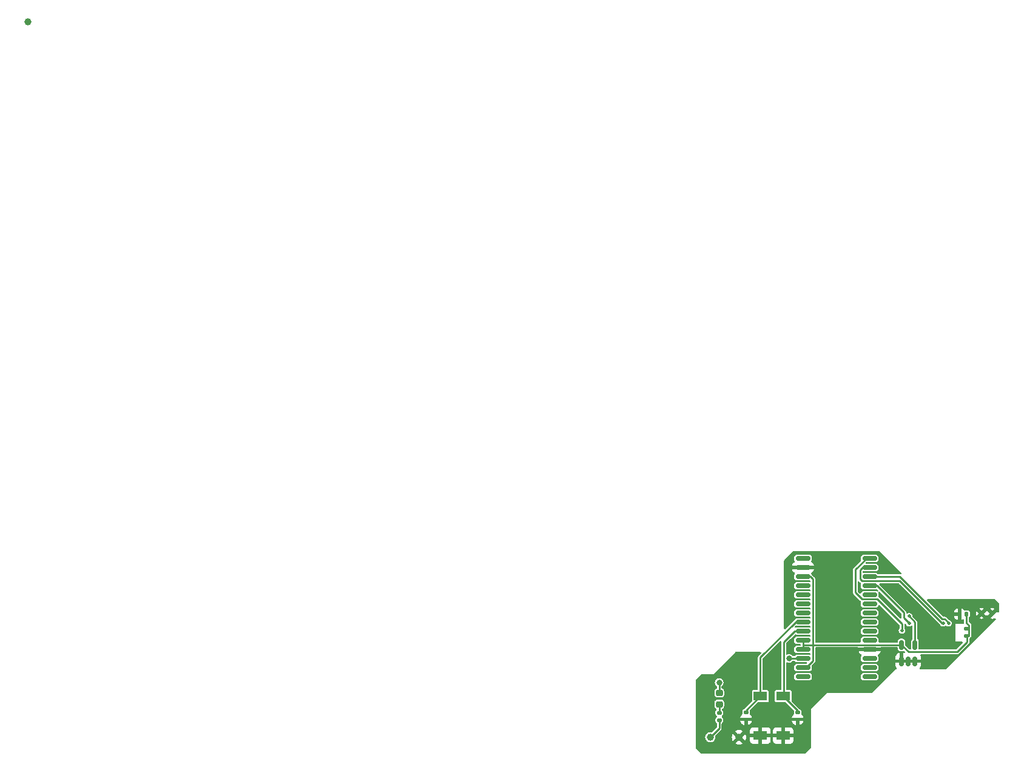
<source format=gbr>
%TF.GenerationSoftware,KiCad,Pcbnew,8.0.0~rc1-42d8c85f12~176~ubuntu22.04.1*%
%TF.CreationDate,2024-01-15T17:13:56+10:00*%
%TF.ProjectId,MXBreakout,4d584272-6561-46b6-9f75-742e6b696361,rev?*%
%TF.SameCoordinates,Original*%
%TF.FileFunction,Copper,L1,Top*%
%TF.FilePolarity,Positive*%
%FSLAX46Y46*%
G04 Gerber Fmt 4.6, Leading zero omitted, Abs format (unit mm)*
G04 Created by KiCad (PCBNEW 8.0.0~rc1-42d8c85f12~176~ubuntu22.04.1) date 2024-01-15 17:13:56*
%MOMM*%
%LPD*%
G01*
G04 APERTURE LIST*
G04 Aperture macros list*
%AMRoundRect*
0 Rectangle with rounded corners*
0 $1 Rounding radius*
0 $2 $3 $4 $5 $6 $7 $8 $9 X,Y pos of 4 corners*
0 Add a 4 corners polygon primitive as box body*
4,1,4,$2,$3,$4,$5,$6,$7,$8,$9,$2,$3,0*
0 Add four circle primitives for the rounded corners*
1,1,$1+$1,$2,$3*
1,1,$1+$1,$4,$5*
1,1,$1+$1,$6,$7*
1,1,$1+$1,$8,$9*
0 Add four rect primitives between the rounded corners*
20,1,$1+$1,$2,$3,$4,$5,0*
20,1,$1+$1,$4,$5,$6,$7,0*
20,1,$1+$1,$6,$7,$8,$9,0*
20,1,$1+$1,$8,$9,$2,$3,0*%
G04 Aperture macros list end*
%TA.AperFunction,SMDPad,CuDef*%
%ADD10C,1.000000*%
%TD*%
%TA.AperFunction,ComponentPad*%
%ADD11C,0.500000*%
%TD*%
%TA.AperFunction,SMDPad,CuDef*%
%ADD12RoundRect,0.150000X0.150000X-0.512500X0.150000X0.512500X-0.150000X0.512500X-0.150000X-0.512500X0*%
%TD*%
%TA.AperFunction,SMDPad,CuDef*%
%ADD13RoundRect,0.135000X0.185000X-0.135000X0.185000X0.135000X-0.185000X0.135000X-0.185000X-0.135000X0*%
%TD*%
%TA.AperFunction,SMDPad,CuDef*%
%ADD14RoundRect,0.150000X0.875000X0.150000X-0.875000X0.150000X-0.875000X-0.150000X0.875000X-0.150000X0*%
%TD*%
%TA.AperFunction,SMDPad,CuDef*%
%ADD15RoundRect,0.218750X-0.256250X0.218750X-0.256250X-0.218750X0.256250X-0.218750X0.256250X0.218750X0*%
%TD*%
%TA.AperFunction,SMDPad,CuDef*%
%ADD16RoundRect,0.140000X0.170000X-0.140000X0.170000X0.140000X-0.170000X0.140000X-0.170000X-0.140000X0*%
%TD*%
%TA.AperFunction,SMDPad,CuDef*%
%ADD17RoundRect,0.135000X-0.185000X0.135000X-0.185000X-0.135000X0.185000X-0.135000X0.185000X0.135000X0*%
%TD*%
%TA.AperFunction,SMDPad,CuDef*%
%ADD18RoundRect,0.140000X-0.140000X-0.170000X0.140000X-0.170000X0.140000X0.170000X-0.140000X0.170000X0*%
%TD*%
%TA.AperFunction,SMDPad,CuDef*%
%ADD19R,1.900000X1.300000*%
%TD*%
%TA.AperFunction,ViaPad*%
%ADD20C,0.800000*%
%TD*%
%TA.AperFunction,Conductor*%
%ADD21C,0.250000*%
%TD*%
G04 APERTURE END LIST*
D10*
%TO.P,TP9,1,1*%
%TO.N,+3.3V*%
X1025000Y-1025000D03*
%TD*%
D11*
%TO.P,TP3,1,1*%
%TO.N,GND*%
X135600000Y-83600000D03*
%TD*%
D10*
%TO.P,TP2,1,1*%
%TO.N,GND*%
X100275000Y-100900000D03*
%TD*%
%TO.P,TP8,1,1*%
%TO.N,Net-(R1-Pad2)*%
X96250000Y-100900000D03*
%TD*%
D12*
%TO.P,U10,1,GND*%
%TO.N,GND*%
X122925000Y-90275000D03*
%TO.P,U10,2,GND*%
X123875000Y-90275000D03*
%TO.P,U10,3,GND*%
X124825000Y-90275000D03*
%TO.P,U10,4,RST*%
%TO.N,Net-(U10-RST)*%
X124825000Y-88000000D03*
%TO.P,U10,5,3.3V*%
%TO.N,+3.3V*%
X122925000Y-88000000D03*
%TD*%
D11*
%TO.P,TP11,1,1*%
%TO.N,Net-(U10-RST)*%
X124000000Y-84000000D03*
%TD*%
D13*
%TO.P,TP10,2,2*%
%TO.N,+3.3V*%
X132000000Y-85750000D03*
%TO.P,TP10,1,1*%
X132000000Y-86770000D03*
%TD*%
D11*
%TO.P,TP7,1,1*%
%TO.N,/DATA3*%
X123000000Y-86000000D03*
%TD*%
%TO.P,TP6,1,1*%
%TO.N,/DATA2*%
X128750000Y-84975000D03*
%TD*%
%TO.P,TP5,1,1*%
%TO.N,/DATA1*%
X129500000Y-84975000D03*
%TD*%
%TO.P,TP4,1,1*%
%TO.N,/DATA0*%
X124000000Y-84975000D03*
%TD*%
%TO.P,TP3,1,1*%
%TO.N,GND*%
X134100000Y-83600000D03*
%TD*%
D14*
%TO.P,U1,28*%
%TO.N,N/C*%
X109200000Y-92425000D03*
%TO.P,U1,27,VDD*%
%TO.N,+3.3V*%
X109200000Y-91155000D03*
%TO.P,U1,26,BATT*%
%TO.N,Net-(D1-K)*%
X109200000Y-89885000D03*
%TO.P,U1,25,VDD*%
%TO.N,+3.3V*%
X109200000Y-88615000D03*
%TO.P,U1,24,VDD*%
X109200000Y-87345000D03*
%TO.P,U1,23,X_1*%
%TO.N,Net-(U1-X_1)*%
X109200000Y-86075000D03*
%TO.P,U1,22,X_2*%
%TO.N,Net-(U1-X_2)*%
X109200000Y-84805000D03*
%TO.P,U1,21*%
%TO.N,N/C*%
X109200000Y-83535000D03*
%TO.P,U1,20,U22*%
%TO.N,unconnected-(U1-U22-Pad20)*%
X109200000Y-82265000D03*
%TO.P,U1,19*%
%TO.N,N/C*%
X109200000Y-80995000D03*
%TO.P,U1,18*%
X109200000Y-79725000D03*
%TO.P,U1,17,VDD*%
%TO.N,+3.3V*%
X109200000Y-78455000D03*
%TO.P,U1,16,GND*%
%TO.N,GND*%
X109200000Y-77185000D03*
%TO.P,U1,15*%
%TO.N,N/C*%
X109200000Y-75915000D03*
%TO.P,U1,14,DATA3*%
%TO.N,/DATA3*%
X118500000Y-75915000D03*
%TO.P,U1,13,DATA2*%
%TO.N,/DATA2*%
X118500000Y-77185000D03*
%TO.P,U1,12,DATA1*%
%TO.N,/DATA1*%
X118500000Y-78455000D03*
%TO.P,U1,11,DATA0*%
%TO.N,/DATA0*%
X118500000Y-79725000D03*
%TO.P,U1,10*%
%TO.N,N/C*%
X118500000Y-80995000D03*
%TO.P,U1,9*%
X118500000Y-82265000D03*
%TO.P,U1,8*%
X118500000Y-83535000D03*
%TO.P,U1,7*%
X118500000Y-84805000D03*
%TO.P,U1,6*%
X118500000Y-86075000D03*
%TO.P,U1,5*%
X118500000Y-87345000D03*
%TO.P,U1,4,GND*%
%TO.N,GND*%
X118500000Y-88615000D03*
%TO.P,U1,3*%
%TO.N,N/C*%
X118500000Y-89885000D03*
%TO.P,U1,2*%
X118500000Y-91155000D03*
%TO.P,U1,1*%
X118500000Y-92425000D03*
%TD*%
D15*
%TO.P,D1,1,K*%
%TO.N,Net-(D1-K)*%
X97500000Y-94712500D03*
%TO.P,D1,2,A*%
%TO.N,Net-(D1-A)*%
X97500000Y-96287500D03*
%TD*%
D16*
%TO.P,C2,1*%
%TO.N,GND*%
X101225000Y-98405000D03*
%TO.P,C2,2*%
%TO.N,Net-(U1-X_2)*%
X101225000Y-97445000D03*
%TD*%
D17*
%TO.P,R1,2*%
%TO.N,Net-(R1-Pad2)*%
X97500000Y-98495000D03*
%TO.P,R1,1*%
%TO.N,Net-(D1-A)*%
X97500000Y-97475000D03*
%TD*%
D18*
%TO.P,C3,1*%
%TO.N,GND*%
X131040000Y-83700000D03*
%TO.P,C3,2*%
%TO.N,+3.3V*%
X132000000Y-83700000D03*
%TD*%
D16*
%TO.P,C1,1*%
%TO.N,GND*%
X108425000Y-98405000D03*
%TO.P,C1,2*%
%TO.N,Net-(U1-X_1)*%
X108425000Y-97445000D03*
%TD*%
D19*
%TO.P,X1,1,1*%
%TO.N,Net-(U1-X_2)*%
X103225000Y-95175000D03*
%TO.P,X1,2,2*%
%TO.N,GND*%
X103225000Y-100675000D03*
%TO.P,X1,3,3*%
X106425000Y-100675000D03*
%TO.P,X1,4,4*%
%TO.N,Net-(U1-X_1)*%
X106425000Y-95175000D03*
%TD*%
D20*
%TO.N,GND*%
X130000000Y-82500000D03*
X127500000Y-90000000D03*
X127500000Y-87500000D03*
X100000000Y-97500000D03*
X95000000Y-100000000D03*
X95000000Y-95000000D03*
X95000000Y-97500000D03*
X105000000Y-97500000D03*
X105000000Y-92500000D03*
X100000000Y-92500000D03*
X100000000Y-95000000D03*
X110000000Y-95000000D03*
X112500000Y-92500000D03*
X115000000Y-92500000D03*
X115000000Y-90000000D03*
X112500000Y-90000000D03*
X112500000Y-85000000D03*
X115000000Y-85000000D03*
X115000000Y-82500000D03*
X112500000Y-82500000D03*
X112500000Y-80000000D03*
X115000000Y-80000000D03*
X115000000Y-77500000D03*
X112500000Y-77500000D03*
%TO.N,Net-(D1-K)*%
X107250000Y-89885000D03*
X97500000Y-93250000D03*
%TD*%
D21*
%TO.N,+3.3V*%
X110550000Y-88000000D02*
X111000000Y-88000000D01*
X111000000Y-88000000D02*
X111010000Y-87990000D01*
X111010000Y-87990000D02*
X122915000Y-87990000D01*
X109200000Y-88000000D02*
X109200000Y-88615000D01*
X109200000Y-87345000D02*
X109200000Y-88000000D01*
X110550000Y-78780001D02*
X110550000Y-88000000D01*
X110550000Y-88000000D02*
X110550000Y-90235908D01*
X109200000Y-88000000D02*
X110550000Y-88000000D01*
X109200000Y-78455000D02*
X110224999Y-78455000D01*
X110224999Y-78455000D02*
X110550000Y-78780001D01*
X109630908Y-91155000D02*
X109200000Y-91155000D01*
X110550000Y-90235908D02*
X109630908Y-91155000D01*
%TO.N,Net-(D1-K)*%
X107250000Y-89885000D02*
X109200000Y-89885000D01*
%TO.N,Net-(U1-X_1)*%
X106425000Y-95175000D02*
X106500000Y-95100000D01*
X106500000Y-95100000D02*
X106500000Y-87625000D01*
X106500000Y-87625000D02*
X108050000Y-86075000D01*
X108050000Y-86075000D02*
X109200000Y-86075000D01*
%TO.N,Net-(D1-K)*%
X97500000Y-93250000D02*
X97500000Y-94712500D01*
%TO.N,Net-(D1-A)*%
X97500000Y-97475000D02*
X97500000Y-96270000D01*
%TO.N,Net-(R1-Pad2)*%
X97500000Y-98495000D02*
X97500000Y-99650000D01*
X97500000Y-99650000D02*
X96250000Y-100900000D01*
%TO.N,Net-(U1-X_2)*%
X103225000Y-95175000D02*
X103225000Y-89765000D01*
X103225000Y-89765000D02*
X108185000Y-84805000D01*
X108185000Y-84805000D02*
X109200000Y-84805000D01*
X101225000Y-97445000D02*
X101225000Y-97175000D01*
X101225000Y-97175000D02*
X103225000Y-95175000D01*
%TO.N,Net-(U1-X_1)*%
X106425000Y-95175000D02*
X108425000Y-97175000D01*
X108425000Y-97175000D02*
X108425000Y-97445000D01*
%TO.N,+3.3V*%
X132000000Y-83700000D02*
X132000000Y-84925000D01*
X132000000Y-84925000D02*
X132001777Y-84925000D01*
X132001777Y-84925000D02*
X132375000Y-85298223D01*
X132375000Y-86651777D02*
X132301777Y-86725000D01*
X132375000Y-85298223D02*
X132375000Y-86651777D01*
X132301777Y-86725000D02*
X132075000Y-86725000D01*
X132075000Y-86725000D02*
X132075000Y-87601777D01*
X122925000Y-88000000D02*
X123912500Y-88987500D01*
X123912500Y-88987500D02*
X130689277Y-88987500D01*
X130689277Y-88987500D02*
X132075000Y-87601777D01*
X132075000Y-87601777D02*
X132075000Y-86770000D01*
%TO.N,/DATA3*%
X123000000Y-86000000D02*
X123000000Y-85044092D01*
X116500000Y-80695908D02*
X116500000Y-77484092D01*
X123000000Y-85044092D02*
X119575908Y-81620000D01*
X119575908Y-81620000D02*
X117424092Y-81620000D01*
X116500000Y-77484092D02*
X118069092Y-75915000D01*
X117424092Y-81620000D02*
X116500000Y-80695908D01*
X118069092Y-75915000D02*
X118500000Y-75915000D01*
%TO.N,/DATA2*%
X118500000Y-77185000D02*
X117475001Y-77185000D01*
X117475001Y-77185000D02*
X117150000Y-77510001D01*
X117150000Y-77510001D02*
X117150000Y-78805908D01*
X117424092Y-79080000D02*
X122693604Y-79080000D01*
X117150000Y-78805908D02*
X117424092Y-79080000D01*
X122693604Y-79080000D02*
X128588604Y-84975000D01*
X128588604Y-84975000D02*
X128750000Y-84975000D01*
%TO.N,/DATA1*%
X129500000Y-84975000D02*
X129500000Y-84911827D01*
X129500000Y-84911827D02*
X128988173Y-84400000D01*
X128988173Y-84400000D02*
X128650000Y-84400000D01*
X122705000Y-78455000D02*
X118500000Y-78455000D01*
X128650000Y-84400000D02*
X122705000Y-78455000D01*
%TO.N,/DATA0*%
X123250000Y-83450001D02*
X123250000Y-84225000D01*
X119524999Y-79725000D02*
X123250000Y-83450001D01*
X123250000Y-84225000D02*
X124000000Y-84975000D01*
X118500000Y-79725000D02*
X119524999Y-79725000D01*
%TO.N,Net-(U10-RST)*%
X124000000Y-84000000D02*
X124825000Y-84825000D01*
X124825000Y-84825000D02*
X124825000Y-88000000D01*
%TD*%
%TA.AperFunction,Conductor*%
%TO.N,GND*%
G36*
X122574454Y-79425185D02*
G01*
X122595096Y-79441819D01*
X128345228Y-85191951D01*
X128360902Y-85214520D01*
X128362326Y-85213606D01*
X128367117Y-85221062D01*
X128387163Y-85244196D01*
X128451951Y-85318967D01*
X128560931Y-85389004D01*
X128685225Y-85425499D01*
X128685227Y-85425500D01*
X128685228Y-85425500D01*
X128814773Y-85425500D01*
X128814773Y-85425499D01*
X128939069Y-85389004D01*
X129048049Y-85318967D01*
X129048049Y-85318966D01*
X129055510Y-85314172D01*
X129057065Y-85316592D01*
X129107347Y-85293627D01*
X129176506Y-85303567D01*
X129194056Y-85314846D01*
X129194490Y-85314172D01*
X129201950Y-85318966D01*
X129201951Y-85318967D01*
X129310931Y-85389004D01*
X129435225Y-85425499D01*
X129435227Y-85425500D01*
X129435228Y-85425500D01*
X129564773Y-85425500D01*
X129564773Y-85425499D01*
X129689069Y-85389004D01*
X129798049Y-85318967D01*
X129882882Y-85221063D01*
X129936697Y-85103226D01*
X129955133Y-84975000D01*
X129936697Y-84846774D01*
X129882882Y-84728937D01*
X129798049Y-84631033D01*
X129783587Y-84621739D01*
X129689067Y-84560994D01*
X129606785Y-84536835D01*
X129554039Y-84505539D01*
X129188037Y-84139537D01*
X129188035Y-84139535D01*
X129150923Y-84118108D01*
X129113813Y-84096682D01*
X129072419Y-84085591D01*
X129031026Y-84074500D01*
X129031025Y-84074500D01*
X128836188Y-84074500D01*
X128769149Y-84054815D01*
X128748507Y-84038181D01*
X128660326Y-83950000D01*
X130261210Y-83950000D01*
X130262854Y-83970910D01*
X130307968Y-84126195D01*
X130390278Y-84265374D01*
X130390285Y-84265383D01*
X130504616Y-84379714D01*
X130504625Y-84379721D01*
X130643804Y-84462031D01*
X130790000Y-84504504D01*
X130790000Y-83950000D01*
X130261210Y-83950000D01*
X128660326Y-83950000D01*
X128160325Y-83449999D01*
X130261209Y-83449999D01*
X130261210Y-83450000D01*
X130790000Y-83450000D01*
X130790000Y-82895494D01*
X130789998Y-82895493D01*
X130643809Y-82937965D01*
X130643806Y-82937967D01*
X130504625Y-83020278D01*
X130504616Y-83020285D01*
X130390285Y-83134616D01*
X130390278Y-83134625D01*
X130307968Y-83273804D01*
X130307966Y-83273809D01*
X130262855Y-83429081D01*
X130262854Y-83429087D01*
X130261209Y-83449999D01*
X128160325Y-83449999D01*
X126522007Y-81811681D01*
X126488522Y-81750358D01*
X126493506Y-81680666D01*
X126535378Y-81624733D01*
X126600842Y-81600316D01*
X126609688Y-81600000D01*
X135898638Y-81600000D01*
X135965677Y-81619685D01*
X135986319Y-81636319D01*
X136513681Y-82163681D01*
X136547166Y-82225004D01*
X136550000Y-82251362D01*
X136550000Y-83314326D01*
X136530315Y-83381365D01*
X136477511Y-83427120D01*
X136408353Y-83437064D01*
X136344797Y-83408039D01*
X136308959Y-83355281D01*
X136280267Y-83273285D01*
X136280266Y-83273285D01*
X135600000Y-83953553D01*
X135273285Y-84280266D01*
X135432056Y-84335824D01*
X135599996Y-84354746D01*
X135600004Y-84354746D01*
X135767941Y-84335824D01*
X135767949Y-84335822D01*
X135927470Y-84280003D01*
X135930628Y-84278483D01*
X135932874Y-84278112D01*
X135934046Y-84277703D01*
X135934117Y-84277908D01*
X135999568Y-84267126D01*
X136063705Y-84294843D01*
X136102675Y-84352835D01*
X136104106Y-84422690D01*
X136072119Y-84477880D01*
X129186319Y-91363681D01*
X129124996Y-91397166D01*
X129098638Y-91400000D01*
X125581102Y-91400000D01*
X125514063Y-91380315D01*
X125468308Y-91327511D01*
X125458364Y-91258353D01*
X125487389Y-91194797D01*
X125492422Y-91189390D01*
X125492685Y-91189052D01*
X125576282Y-91047696D01*
X125576283Y-91047693D01*
X125622099Y-90889995D01*
X125622100Y-90889989D01*
X125624999Y-90853149D01*
X125625000Y-90853134D01*
X125625000Y-90525000D01*
X122125000Y-90525000D01*
X122125000Y-90853149D01*
X122127899Y-90889989D01*
X122127900Y-90889995D01*
X122173716Y-91047693D01*
X122173717Y-91047696D01*
X122257314Y-91189052D01*
X122262100Y-91195222D01*
X122260869Y-91196176D01*
X122290064Y-91249642D01*
X122285080Y-91319334D01*
X122243208Y-91375267D01*
X122177744Y-91399684D01*
X122168898Y-91400000D01*
X122149999Y-91400000D01*
X118886319Y-94663681D01*
X118824996Y-94697166D01*
X118798638Y-94700000D01*
X112549999Y-94700000D01*
X110350000Y-96899999D01*
X110350000Y-102248638D01*
X110330315Y-102315677D01*
X110313681Y-102336319D01*
X109486319Y-103163681D01*
X109424996Y-103197166D01*
X109398638Y-103200000D01*
X95001362Y-103200000D01*
X94934323Y-103180315D01*
X94913681Y-103163681D01*
X94286319Y-102536319D01*
X94252834Y-102474996D01*
X94250000Y-102448638D01*
X94250000Y-101762075D01*
X99766476Y-101762075D01*
X99890462Y-101828348D01*
X100078969Y-101885531D01*
X100078965Y-101885531D01*
X100275000Y-101904838D01*
X100471032Y-101885531D01*
X100659537Y-101828348D01*
X100783523Y-101762076D01*
X100783523Y-101762075D01*
X100275001Y-101253553D01*
X100275000Y-101253553D01*
X99766476Y-101762075D01*
X94250000Y-101762075D01*
X94250000Y-100900000D01*
X95544355Y-100900000D01*
X95564859Y-101068869D01*
X95564860Y-101068874D01*
X95625182Y-101227931D01*
X95642868Y-101253553D01*
X95721817Y-101367929D01*
X95827505Y-101461560D01*
X95849150Y-101480736D01*
X95999773Y-101559789D01*
X95999775Y-101559790D01*
X96164944Y-101600500D01*
X96335056Y-101600500D01*
X96500225Y-101559790D01*
X96579692Y-101518081D01*
X96650849Y-101480736D01*
X96650850Y-101480734D01*
X96650852Y-101480734D01*
X96778183Y-101367929D01*
X96874818Y-101227930D01*
X96935140Y-101068872D01*
X96955645Y-100900000D01*
X99270161Y-100900000D01*
X99289468Y-101096032D01*
X99346651Y-101284537D01*
X99412923Y-101408522D01*
X99921447Y-100900000D01*
X100628553Y-100900000D01*
X101137075Y-101408523D01*
X101137076Y-101408523D01*
X101203348Y-101284537D01*
X101260531Y-101096032D01*
X101277376Y-100925000D01*
X101775000Y-100925000D01*
X101775000Y-101372844D01*
X101781401Y-101432372D01*
X101781403Y-101432379D01*
X101831645Y-101567086D01*
X101831649Y-101567093D01*
X101917809Y-101682187D01*
X101917812Y-101682190D01*
X102032906Y-101768350D01*
X102032913Y-101768354D01*
X102167620Y-101818596D01*
X102167627Y-101818598D01*
X102227155Y-101824999D01*
X102227172Y-101825000D01*
X102975000Y-101825000D01*
X102975000Y-100925000D01*
X103475000Y-100925000D01*
X103475000Y-101825000D01*
X104222828Y-101825000D01*
X104222844Y-101824999D01*
X104282372Y-101818598D01*
X104282379Y-101818596D01*
X104417086Y-101768354D01*
X104417093Y-101768350D01*
X104532187Y-101682190D01*
X104532190Y-101682187D01*
X104618350Y-101567093D01*
X104618354Y-101567086D01*
X104668596Y-101432379D01*
X104668598Y-101432372D01*
X104674999Y-101372844D01*
X104675000Y-101372827D01*
X104675000Y-100925000D01*
X104975000Y-100925000D01*
X104975000Y-101372844D01*
X104981401Y-101432372D01*
X104981403Y-101432379D01*
X105031645Y-101567086D01*
X105031649Y-101567093D01*
X105117809Y-101682187D01*
X105117812Y-101682190D01*
X105232906Y-101768350D01*
X105232913Y-101768354D01*
X105367620Y-101818596D01*
X105367627Y-101818598D01*
X105427155Y-101824999D01*
X105427172Y-101825000D01*
X106175000Y-101825000D01*
X106175000Y-100925000D01*
X106675000Y-100925000D01*
X106675000Y-101825000D01*
X107422828Y-101825000D01*
X107422844Y-101824999D01*
X107482372Y-101818598D01*
X107482379Y-101818596D01*
X107617086Y-101768354D01*
X107617093Y-101768350D01*
X107732187Y-101682190D01*
X107732190Y-101682187D01*
X107818350Y-101567093D01*
X107818354Y-101567086D01*
X107868596Y-101432379D01*
X107868598Y-101432372D01*
X107874999Y-101372844D01*
X107875000Y-101372827D01*
X107875000Y-100925000D01*
X106675000Y-100925000D01*
X106175000Y-100925000D01*
X104975000Y-100925000D01*
X104675000Y-100925000D01*
X103475000Y-100925000D01*
X102975000Y-100925000D01*
X101775000Y-100925000D01*
X101277376Y-100925000D01*
X101279838Y-100900000D01*
X101260531Y-100703967D01*
X101203348Y-100515462D01*
X101154994Y-100425000D01*
X101775000Y-100425000D01*
X102975000Y-100425000D01*
X102975000Y-99525000D01*
X103475000Y-99525000D01*
X103475000Y-100425000D01*
X104675000Y-100425000D01*
X104975000Y-100425000D01*
X106175000Y-100425000D01*
X106175000Y-99525000D01*
X106675000Y-99525000D01*
X106675000Y-100425000D01*
X107875000Y-100425000D01*
X107875000Y-99977172D01*
X107874999Y-99977155D01*
X107868598Y-99917627D01*
X107868596Y-99917620D01*
X107818354Y-99782913D01*
X107818350Y-99782906D01*
X107732190Y-99667812D01*
X107732187Y-99667809D01*
X107617093Y-99581649D01*
X107617086Y-99581645D01*
X107482379Y-99531403D01*
X107482372Y-99531401D01*
X107422844Y-99525000D01*
X106675000Y-99525000D01*
X106175000Y-99525000D01*
X105427155Y-99525000D01*
X105367627Y-99531401D01*
X105367620Y-99531403D01*
X105232913Y-99581645D01*
X105232906Y-99581649D01*
X105117812Y-99667809D01*
X105117809Y-99667812D01*
X105031649Y-99782906D01*
X105031645Y-99782913D01*
X104981403Y-99917620D01*
X104981401Y-99917627D01*
X104975000Y-99977155D01*
X104975000Y-100425000D01*
X104675000Y-100425000D01*
X104675000Y-99977172D01*
X104674999Y-99977155D01*
X104668598Y-99917627D01*
X104668596Y-99917620D01*
X104618354Y-99782913D01*
X104618350Y-99782906D01*
X104532190Y-99667812D01*
X104532187Y-99667809D01*
X104417093Y-99581649D01*
X104417086Y-99581645D01*
X104282379Y-99531403D01*
X104282372Y-99531401D01*
X104222844Y-99525000D01*
X103475000Y-99525000D01*
X102975000Y-99525000D01*
X102227155Y-99525000D01*
X102167627Y-99531401D01*
X102167620Y-99531403D01*
X102032913Y-99581645D01*
X102032906Y-99581649D01*
X101917812Y-99667809D01*
X101917809Y-99667812D01*
X101831649Y-99782906D01*
X101831645Y-99782913D01*
X101781403Y-99917620D01*
X101781401Y-99917627D01*
X101775000Y-99977155D01*
X101775000Y-100425000D01*
X101154994Y-100425000D01*
X101137075Y-100391476D01*
X100628553Y-100899999D01*
X100628553Y-100900000D01*
X99921447Y-100900000D01*
X99412923Y-100391476D01*
X99346649Y-100515466D01*
X99289468Y-100703967D01*
X99270161Y-100900000D01*
X96955645Y-100900000D01*
X96936360Y-100741176D01*
X96947820Y-100672254D01*
X96971772Y-100638553D01*
X97572404Y-100037923D01*
X99766476Y-100037923D01*
X100275000Y-100546447D01*
X100275001Y-100546447D01*
X100783522Y-100037923D01*
X100659537Y-99971651D01*
X100471030Y-99914468D01*
X100471034Y-99914468D01*
X100275000Y-99895161D01*
X100078967Y-99914468D01*
X99890466Y-99971649D01*
X99766476Y-100037923D01*
X97572404Y-100037923D01*
X97760465Y-99849862D01*
X97803318Y-99775639D01*
X97825500Y-99692853D01*
X97825500Y-99607147D01*
X97825500Y-99012059D01*
X97845185Y-98945020D01*
X97878377Y-98910484D01*
X97880398Y-98909067D01*
X97880404Y-98909065D01*
X97964065Y-98825404D01*
X98014068Y-98718173D01*
X98020500Y-98669316D01*
X98020500Y-98655000D01*
X100420496Y-98655000D01*
X100462968Y-98801195D01*
X100545278Y-98940374D01*
X100545285Y-98940383D01*
X100659616Y-99054714D01*
X100659625Y-99054721D01*
X100798804Y-99137031D01*
X100954089Y-99182145D01*
X100975000Y-99183789D01*
X100975000Y-98655000D01*
X101475000Y-98655000D01*
X101475000Y-99183789D01*
X101495910Y-99182145D01*
X101651195Y-99137031D01*
X101790374Y-99054721D01*
X101790383Y-99054714D01*
X101904714Y-98940383D01*
X101904721Y-98940374D01*
X101987031Y-98801195D01*
X102029504Y-98655000D01*
X107620496Y-98655000D01*
X107662968Y-98801195D01*
X107745278Y-98940374D01*
X107745285Y-98940383D01*
X107859616Y-99054714D01*
X107859625Y-99054721D01*
X107998804Y-99137031D01*
X108154089Y-99182145D01*
X108175000Y-99183789D01*
X108175000Y-98655000D01*
X108675000Y-98655000D01*
X108675000Y-99183789D01*
X108695910Y-99182145D01*
X108851195Y-99137031D01*
X108990374Y-99054721D01*
X108990383Y-99054714D01*
X109104714Y-98940383D01*
X109104721Y-98940374D01*
X109187031Y-98801195D01*
X109229504Y-98655000D01*
X108675000Y-98655000D01*
X108175000Y-98655000D01*
X107620496Y-98655000D01*
X102029504Y-98655000D01*
X101475000Y-98655000D01*
X100975000Y-98655000D01*
X100420496Y-98655000D01*
X98020500Y-98655000D01*
X98020500Y-98320684D01*
X98014068Y-98271827D01*
X97964065Y-98164596D01*
X97880404Y-98080935D01*
X97872733Y-98073264D01*
X97875561Y-98070435D01*
X97844843Y-98032023D01*
X97837635Y-97962526D01*
X97869143Y-97900165D01*
X97872903Y-97896906D01*
X97872733Y-97896736D01*
X97901245Y-97868224D01*
X97964065Y-97805404D01*
X98014068Y-97698173D01*
X98020500Y-97649316D01*
X98020500Y-97300684D01*
X98014068Y-97251827D01*
X97964065Y-97144596D01*
X97903433Y-97083964D01*
X97869948Y-97022641D01*
X97874932Y-96952949D01*
X97916804Y-96897016D01*
X97934808Y-96885805D01*
X98005751Y-96849658D01*
X98099658Y-96755751D01*
X98159951Y-96637420D01*
X98159951Y-96637418D01*
X98159952Y-96637417D01*
X98175500Y-96539251D01*
X98175500Y-96035748D01*
X98159952Y-95937582D01*
X98142449Y-95903231D01*
X98099658Y-95819249D01*
X98099654Y-95819245D01*
X98099653Y-95819243D01*
X98005756Y-95725346D01*
X98005753Y-95725344D01*
X98005751Y-95725342D01*
X97887420Y-95665049D01*
X97887419Y-95665048D01*
X97887416Y-95665047D01*
X97887417Y-95665047D01*
X97789251Y-95649500D01*
X97789246Y-95649500D01*
X97210754Y-95649500D01*
X97210749Y-95649500D01*
X97112582Y-95665047D01*
X97033692Y-95705244D01*
X96994249Y-95725342D01*
X96994248Y-95725343D01*
X96994243Y-95725346D01*
X96900346Y-95819243D01*
X96900343Y-95819248D01*
X96900342Y-95819249D01*
X96880244Y-95858692D01*
X96840047Y-95937582D01*
X96824500Y-96035748D01*
X96824500Y-96539251D01*
X96840047Y-96637417D01*
X96840049Y-96637420D01*
X96900342Y-96755751D01*
X96900344Y-96755753D01*
X96900346Y-96755756D01*
X96994243Y-96849653D01*
X96994246Y-96849655D01*
X96994249Y-96849658D01*
X97065180Y-96885799D01*
X97115976Y-96933772D01*
X97132771Y-97001593D01*
X97110234Y-97067728D01*
X97096567Y-97083964D01*
X97035934Y-97144597D01*
X96985931Y-97251828D01*
X96979500Y-97300683D01*
X96979500Y-97649316D01*
X96985931Y-97698171D01*
X97035935Y-97805404D01*
X97127267Y-97896736D01*
X97124443Y-97899559D01*
X97155183Y-97938042D01*
X97162352Y-98007542D01*
X97130808Y-98069886D01*
X97127101Y-98073098D01*
X97127267Y-98073264D01*
X97035935Y-98164595D01*
X96985931Y-98271828D01*
X96979500Y-98320683D01*
X96979500Y-98669316D01*
X96985931Y-98718171D01*
X96985932Y-98718173D01*
X97035935Y-98825404D01*
X97119596Y-98909065D01*
X97119598Y-98909066D01*
X97121623Y-98910484D01*
X97124044Y-98913513D01*
X97127267Y-98916736D01*
X97126907Y-98917095D01*
X97165248Y-98965061D01*
X97174500Y-99012059D01*
X97174500Y-99463810D01*
X97154815Y-99530849D01*
X97138181Y-99551491D01*
X96508952Y-100180719D01*
X96447629Y-100214204D01*
X96391598Y-100213435D01*
X96335059Y-100199500D01*
X96335056Y-100199500D01*
X96164944Y-100199500D01*
X95999773Y-100240210D01*
X95849150Y-100319263D01*
X95721816Y-100432072D01*
X95625182Y-100572068D01*
X95564860Y-100731125D01*
X95564859Y-100731130D01*
X95544355Y-100900000D01*
X94250000Y-100900000D01*
X94250000Y-94964251D01*
X96824500Y-94964251D01*
X96840047Y-95062417D01*
X96840049Y-95062420D01*
X96900342Y-95180751D01*
X96900344Y-95180753D01*
X96900346Y-95180756D01*
X96994243Y-95274653D01*
X96994245Y-95274654D01*
X96994249Y-95274658D01*
X97112580Y-95334951D01*
X97112581Y-95334951D01*
X97112583Y-95334952D01*
X97112582Y-95334952D01*
X97210749Y-95350500D01*
X97210754Y-95350500D01*
X97789251Y-95350500D01*
X97887417Y-95334952D01*
X97887418Y-95334951D01*
X97887420Y-95334951D01*
X98005751Y-95274658D01*
X98099658Y-95180751D01*
X98159951Y-95062420D01*
X98159951Y-95062418D01*
X98159952Y-95062417D01*
X98175500Y-94964251D01*
X98175500Y-94460748D01*
X98159952Y-94362582D01*
X98159951Y-94362580D01*
X98099658Y-94244249D01*
X98099654Y-94244245D01*
X98099653Y-94244243D01*
X98005756Y-94150346D01*
X98005753Y-94150344D01*
X98005751Y-94150342D01*
X97893204Y-94092996D01*
X97842409Y-94045022D01*
X97825500Y-93982512D01*
X97825500Y-93818298D01*
X97845185Y-93751259D01*
X97874010Y-93719925D01*
X97928282Y-93678282D01*
X98024536Y-93552841D01*
X98085044Y-93406762D01*
X98105682Y-93250000D01*
X98085044Y-93093238D01*
X98024536Y-92947159D01*
X97928282Y-92821718D01*
X97802841Y-92725464D01*
X97684368Y-92676391D01*
X97656762Y-92664956D01*
X97656760Y-92664955D01*
X97500001Y-92644318D01*
X97499999Y-92644318D01*
X97343239Y-92664955D01*
X97343237Y-92664956D01*
X97197160Y-92725463D01*
X97071718Y-92821718D01*
X96975463Y-92947160D01*
X96914956Y-93093237D01*
X96914955Y-93093239D01*
X96894318Y-93249998D01*
X96894318Y-93250001D01*
X96914955Y-93406760D01*
X96914956Y-93406762D01*
X96975464Y-93552841D01*
X97071718Y-93678282D01*
X97125987Y-93719924D01*
X97167189Y-93776349D01*
X97174500Y-93818298D01*
X97174500Y-93982512D01*
X97154815Y-94049551D01*
X97106795Y-94092996D01*
X96994249Y-94150342D01*
X96994248Y-94150343D01*
X96994243Y-94150346D01*
X96900346Y-94244243D01*
X96900343Y-94244248D01*
X96840047Y-94362582D01*
X96824500Y-94460748D01*
X96824500Y-94964251D01*
X94250000Y-94964251D01*
X94250000Y-92951362D01*
X94269685Y-92884323D01*
X94286319Y-92863681D01*
X95013681Y-92136319D01*
X95075004Y-92102834D01*
X95101362Y-92100000D01*
X96650000Y-92100000D01*
X99713681Y-89036319D01*
X99775004Y-89002834D01*
X99801362Y-89000000D01*
X103230311Y-89000000D01*
X103297350Y-89019685D01*
X103343105Y-89072489D01*
X103353049Y-89141647D01*
X103324024Y-89205203D01*
X103317992Y-89211681D01*
X102964537Y-89565135D01*
X102964533Y-89565141D01*
X102921681Y-89639361D01*
X102921682Y-89639362D01*
X102899500Y-89722147D01*
X102899500Y-94200500D01*
X102879815Y-94267539D01*
X102827011Y-94313294D01*
X102775500Y-94324500D01*
X102255247Y-94324500D01*
X102196770Y-94336131D01*
X102196769Y-94336132D01*
X102130447Y-94380447D01*
X102086132Y-94446769D01*
X102086131Y-94446770D01*
X102074500Y-94505247D01*
X102074500Y-95813810D01*
X102054815Y-95880849D01*
X102038181Y-95901491D01*
X100986840Y-96952831D01*
X100951565Y-96977532D01*
X100856682Y-97021777D01*
X100771776Y-97106683D01*
X100721027Y-97215514D01*
X100714500Y-97265097D01*
X100714500Y-97624896D01*
X100714501Y-97624900D01*
X100715768Y-97634528D01*
X100715770Y-97634538D01*
X100705001Y-97703573D01*
X100664650Y-97749032D01*
X100665788Y-97750499D01*
X100659621Y-97755282D01*
X100545282Y-97869620D01*
X100545278Y-97869625D01*
X100462968Y-98008804D01*
X100420496Y-98155000D01*
X102029504Y-98155000D01*
X101987031Y-98008804D01*
X101904721Y-97869625D01*
X101904714Y-97869616D01*
X101790381Y-97755283D01*
X101784217Y-97750502D01*
X101785733Y-97748547D01*
X101746363Y-97706378D01*
X101733862Y-97637635D01*
X101734231Y-97634538D01*
X101735500Y-97624901D01*
X101735499Y-97265100D01*
X101728972Y-97215513D01*
X101728970Y-97215510D01*
X101727733Y-97206106D01*
X101730547Y-97205735D01*
X101730659Y-97150946D01*
X101761882Y-97098443D01*
X102798508Y-96061819D01*
X102859831Y-96028334D01*
X102886189Y-96025500D01*
X104194750Y-96025500D01*
X104194751Y-96025499D01*
X104209568Y-96022552D01*
X104253229Y-96013868D01*
X104253229Y-96013867D01*
X104253231Y-96013867D01*
X104319552Y-95969552D01*
X104363867Y-95903231D01*
X104363867Y-95903229D01*
X104363868Y-95903229D01*
X104375499Y-95844752D01*
X104375500Y-95844750D01*
X104375500Y-94505249D01*
X104375499Y-94505247D01*
X104363868Y-94446770D01*
X104363867Y-94446769D01*
X104319552Y-94380447D01*
X104253230Y-94336132D01*
X104253229Y-94336131D01*
X104194752Y-94324500D01*
X104194748Y-94324500D01*
X103674500Y-94324500D01*
X103607461Y-94304815D01*
X103561706Y-94252011D01*
X103550500Y-94200500D01*
X103550500Y-89951188D01*
X103570185Y-89884149D01*
X103586814Y-89863512D01*
X105962820Y-87487506D01*
X106024142Y-87454022D01*
X106093834Y-87459006D01*
X106149767Y-87500878D01*
X106174184Y-87566342D01*
X106174500Y-87575188D01*
X106174500Y-94200500D01*
X106154815Y-94267539D01*
X106102011Y-94313294D01*
X106050500Y-94324500D01*
X105455247Y-94324500D01*
X105396770Y-94336131D01*
X105396769Y-94336132D01*
X105330447Y-94380447D01*
X105286132Y-94446769D01*
X105286131Y-94446770D01*
X105274500Y-94505247D01*
X105274500Y-95844752D01*
X105286131Y-95903229D01*
X105286132Y-95903230D01*
X105330447Y-95969552D01*
X105396769Y-96013867D01*
X105396770Y-96013868D01*
X105455247Y-96025499D01*
X105455250Y-96025500D01*
X105455252Y-96025500D01*
X106763811Y-96025500D01*
X106830850Y-96045185D01*
X106851492Y-96061819D01*
X107888115Y-97098442D01*
X107921600Y-97159765D01*
X107920004Y-97205810D01*
X107922266Y-97206108D01*
X107914500Y-97265098D01*
X107914500Y-97624896D01*
X107914501Y-97624900D01*
X107915768Y-97634528D01*
X107915770Y-97634538D01*
X107905001Y-97703573D01*
X107864650Y-97749032D01*
X107865788Y-97750499D01*
X107859621Y-97755282D01*
X107745282Y-97869620D01*
X107745278Y-97869625D01*
X107662968Y-98008804D01*
X107620496Y-98155000D01*
X109229504Y-98155000D01*
X109187031Y-98008804D01*
X109104721Y-97869625D01*
X109104714Y-97869616D01*
X108990381Y-97755283D01*
X108984217Y-97750502D01*
X108985733Y-97748547D01*
X108946363Y-97706378D01*
X108933862Y-97637635D01*
X108934231Y-97634538D01*
X108935500Y-97624901D01*
X108935499Y-97265100D01*
X108928972Y-97215513D01*
X108878224Y-97106684D01*
X108793316Y-97021776D01*
X108698433Y-96977531D01*
X108663157Y-96952830D01*
X107611819Y-95901492D01*
X107578334Y-95840169D01*
X107575500Y-95813811D01*
X107575500Y-94505249D01*
X107575499Y-94505247D01*
X107563868Y-94446770D01*
X107563867Y-94446769D01*
X107519552Y-94380447D01*
X107453230Y-94336132D01*
X107453229Y-94336131D01*
X107394752Y-94324500D01*
X107394748Y-94324500D01*
X106949500Y-94324500D01*
X106882461Y-94304815D01*
X106836706Y-94252011D01*
X106825500Y-94200500D01*
X106825500Y-92608260D01*
X107974500Y-92608260D01*
X107984426Y-92676391D01*
X108035803Y-92781485D01*
X108118514Y-92864196D01*
X108118515Y-92864196D01*
X108118517Y-92864198D01*
X108223607Y-92915573D01*
X108257673Y-92920536D01*
X108291739Y-92925500D01*
X108291740Y-92925500D01*
X110108261Y-92925500D01*
X110130971Y-92922191D01*
X110176393Y-92915573D01*
X110281483Y-92864198D01*
X110364198Y-92781483D01*
X110415573Y-92676393D01*
X110425500Y-92608260D01*
X117274500Y-92608260D01*
X117284426Y-92676391D01*
X117335803Y-92781485D01*
X117418514Y-92864196D01*
X117418515Y-92864196D01*
X117418517Y-92864198D01*
X117523607Y-92915573D01*
X117557673Y-92920536D01*
X117591739Y-92925500D01*
X117591740Y-92925500D01*
X119408261Y-92925500D01*
X119430971Y-92922191D01*
X119476393Y-92915573D01*
X119581483Y-92864198D01*
X119664198Y-92781483D01*
X119715573Y-92676393D01*
X119725500Y-92608260D01*
X119725500Y-92241740D01*
X119715573Y-92173607D01*
X119664198Y-92068517D01*
X119664196Y-92068515D01*
X119664196Y-92068514D01*
X119581485Y-91985803D01*
X119476391Y-91934426D01*
X119408261Y-91924500D01*
X119408260Y-91924500D01*
X117591740Y-91924500D01*
X117591739Y-91924500D01*
X117523608Y-91934426D01*
X117418514Y-91985803D01*
X117335803Y-92068514D01*
X117284426Y-92173608D01*
X117274500Y-92241739D01*
X117274500Y-92608260D01*
X110425500Y-92608260D01*
X110425500Y-92241740D01*
X110415573Y-92173607D01*
X110364198Y-92068517D01*
X110364196Y-92068515D01*
X110364196Y-92068514D01*
X110281485Y-91985803D01*
X110176391Y-91934426D01*
X110108261Y-91924500D01*
X110108260Y-91924500D01*
X108291740Y-91924500D01*
X108291739Y-91924500D01*
X108223608Y-91934426D01*
X108118514Y-91985803D01*
X108035803Y-92068514D01*
X107984426Y-92173608D01*
X107974500Y-92241739D01*
X107974500Y-92608260D01*
X106825500Y-92608260D01*
X106825500Y-90544722D01*
X106845185Y-90477683D01*
X106897989Y-90431928D01*
X106967147Y-90421984D01*
X106996950Y-90430160D01*
X107093238Y-90470044D01*
X107171619Y-90480363D01*
X107249999Y-90490682D01*
X107250000Y-90490682D01*
X107250001Y-90490682D01*
X107302254Y-90483802D01*
X107406762Y-90470044D01*
X107552841Y-90409536D01*
X107678282Y-90313282D01*
X107719923Y-90259013D01*
X107776351Y-90217811D01*
X107818299Y-90210500D01*
X107953456Y-90210500D01*
X108020495Y-90230185D01*
X108041137Y-90246819D01*
X108118514Y-90324196D01*
X108118515Y-90324196D01*
X108118517Y-90324198D01*
X108223607Y-90375573D01*
X108257673Y-90380536D01*
X108291739Y-90385500D01*
X108291740Y-90385500D01*
X109640719Y-90385500D01*
X109707758Y-90405185D01*
X109753513Y-90457989D01*
X109763457Y-90527147D01*
X109734432Y-90590703D01*
X109728400Y-90597181D01*
X109707400Y-90618181D01*
X109646077Y-90651666D01*
X109619719Y-90654500D01*
X108291739Y-90654500D01*
X108223608Y-90664426D01*
X108118514Y-90715803D01*
X108035803Y-90798514D01*
X107984426Y-90903608D01*
X107974500Y-90971739D01*
X107974500Y-91338260D01*
X107984426Y-91406391D01*
X108035803Y-91511485D01*
X108118514Y-91594196D01*
X108118515Y-91594196D01*
X108118517Y-91594198D01*
X108223607Y-91645573D01*
X108257673Y-91650536D01*
X108291739Y-91655500D01*
X108291740Y-91655500D01*
X110108261Y-91655500D01*
X110130971Y-91652191D01*
X110176393Y-91645573D01*
X110281483Y-91594198D01*
X110364198Y-91511483D01*
X110415573Y-91406393D01*
X110425500Y-91338260D01*
X117274500Y-91338260D01*
X117284426Y-91406391D01*
X117335803Y-91511485D01*
X117418514Y-91594196D01*
X117418515Y-91594196D01*
X117418517Y-91594198D01*
X117523607Y-91645573D01*
X117557673Y-91650536D01*
X117591739Y-91655500D01*
X117591740Y-91655500D01*
X119408261Y-91655500D01*
X119430971Y-91652191D01*
X119476393Y-91645573D01*
X119581483Y-91594198D01*
X119664198Y-91511483D01*
X119715573Y-91406393D01*
X119725500Y-91338260D01*
X119725500Y-90971740D01*
X119715573Y-90903607D01*
X119664198Y-90798517D01*
X119664196Y-90798515D01*
X119664196Y-90798514D01*
X119581485Y-90715803D01*
X119476391Y-90664426D01*
X119408261Y-90654500D01*
X119408260Y-90654500D01*
X117591740Y-90654500D01*
X117591739Y-90654500D01*
X117523608Y-90664426D01*
X117418514Y-90715803D01*
X117335803Y-90798514D01*
X117284426Y-90903608D01*
X117274500Y-90971739D01*
X117274500Y-91338260D01*
X110425500Y-91338260D01*
X110425500Y-90971740D01*
X110415573Y-90903607D01*
X110415572Y-90903605D01*
X110415266Y-90901504D01*
X110425078Y-90832327D01*
X110450286Y-90795947D01*
X110810465Y-90435770D01*
X110828123Y-90405185D01*
X110839488Y-90385501D01*
X110853316Y-90361549D01*
X110853318Y-90361546D01*
X110875500Y-90278761D01*
X110875500Y-88865001D01*
X116977704Y-88865001D01*
X116977899Y-88867486D01*
X117023718Y-89025198D01*
X117107314Y-89166552D01*
X117107321Y-89166561D01*
X117223438Y-89282678D01*
X117223446Y-89282684D01*
X117310925Y-89334419D01*
X117358608Y-89385488D01*
X117371112Y-89454230D01*
X117344467Y-89518819D01*
X117335927Y-89528340D01*
X117335804Y-89528513D01*
X117284426Y-89633608D01*
X117274500Y-89701739D01*
X117274500Y-90068260D01*
X117284426Y-90136391D01*
X117335803Y-90241485D01*
X117418514Y-90324196D01*
X117418515Y-90324196D01*
X117418517Y-90324198D01*
X117523607Y-90375573D01*
X117557673Y-90380536D01*
X117591739Y-90385500D01*
X117591740Y-90385500D01*
X119408261Y-90385500D01*
X119430971Y-90382191D01*
X119476393Y-90375573D01*
X119581483Y-90324198D01*
X119664198Y-90241483D01*
X119715573Y-90136393D01*
X119725500Y-90068260D01*
X119725500Y-90025000D01*
X122125000Y-90025000D01*
X122675000Y-90025000D01*
X122675000Y-89115203D01*
X122672503Y-89115400D01*
X122514806Y-89161216D01*
X122514803Y-89161217D01*
X122373447Y-89244814D01*
X122373438Y-89244821D01*
X122257321Y-89360938D01*
X122257314Y-89360947D01*
X122173717Y-89502303D01*
X122173716Y-89502306D01*
X122127900Y-89660004D01*
X122127899Y-89660010D01*
X122125000Y-89696850D01*
X122125000Y-90025000D01*
X119725500Y-90025000D01*
X119725500Y-89701740D01*
X119715573Y-89633607D01*
X119664198Y-89528517D01*
X119664195Y-89528514D01*
X119664195Y-89528513D01*
X119658227Y-89520153D01*
X119659340Y-89519357D01*
X119631029Y-89467509D01*
X119636013Y-89397817D01*
X119677885Y-89341884D01*
X119689075Y-89334419D01*
X119776550Y-89282687D01*
X119776561Y-89282678D01*
X119892678Y-89166561D01*
X119892685Y-89166552D01*
X119976281Y-89025198D01*
X120022100Y-88867486D01*
X120022295Y-88865001D01*
X120022295Y-88865000D01*
X116977705Y-88865000D01*
X116977704Y-88865001D01*
X110875500Y-88865001D01*
X110875500Y-88449500D01*
X110895185Y-88382461D01*
X110947989Y-88336706D01*
X110999500Y-88325500D01*
X111042851Y-88325500D01*
X111042853Y-88325500D01*
X111064406Y-88319724D01*
X111096498Y-88315500D01*
X116877708Y-88315500D01*
X116944747Y-88335185D01*
X116968763Y-88355328D01*
X116977704Y-88365000D01*
X120022296Y-88365000D01*
X120031237Y-88355328D01*
X120091198Y-88319462D01*
X120122292Y-88315500D01*
X122300500Y-88315500D01*
X122367539Y-88335185D01*
X122413294Y-88387989D01*
X122424500Y-88439500D01*
X122424500Y-88545760D01*
X122434426Y-88613891D01*
X122485803Y-88718985D01*
X122568514Y-88801696D01*
X122568515Y-88801696D01*
X122568517Y-88801698D01*
X122673607Y-88853073D01*
X122707673Y-88858036D01*
X122741739Y-88863000D01*
X122741740Y-88863000D01*
X123108255Y-88863000D01*
X123108260Y-88863000D01*
X123176393Y-88853073D01*
X123177460Y-88852551D01*
X123191792Y-88845545D01*
X123260665Y-88833784D01*
X123324963Y-88861126D01*
X123333936Y-88869263D01*
X123403433Y-88938760D01*
X123436918Y-89000083D01*
X123431934Y-89069775D01*
X123390062Y-89125708D01*
X123324598Y-89150125D01*
X123281157Y-89145517D01*
X123177494Y-89115400D01*
X123177497Y-89115400D01*
X123175000Y-89115203D01*
X123175000Y-90025000D01*
X125625000Y-90025000D01*
X125625000Y-89696865D01*
X125624999Y-89696850D01*
X125622100Y-89660010D01*
X125622099Y-89660004D01*
X125576283Y-89502306D01*
X125576280Y-89502299D01*
X125574992Y-89500120D01*
X125574502Y-89498189D01*
X125573185Y-89495146D01*
X125573676Y-89494933D01*
X125557809Y-89432396D01*
X125579969Y-89366134D01*
X125634436Y-89322371D01*
X125681724Y-89313000D01*
X130732128Y-89313000D01*
X130732130Y-89313000D01*
X130814916Y-89290818D01*
X130889139Y-89247965D01*
X132335465Y-87801639D01*
X132378318Y-87727416D01*
X132400500Y-87644630D01*
X132400500Y-87558924D01*
X132400500Y-87215331D01*
X132420185Y-87148292D01*
X132436819Y-87127650D01*
X132448513Y-87115956D01*
X132464065Y-87100404D01*
X132514068Y-86993173D01*
X132514067Y-86993173D01*
X132518078Y-86984574D01*
X132519418Y-86985199D01*
X132544825Y-86942278D01*
X132581301Y-86905803D01*
X132635465Y-86851639D01*
X132678318Y-86777416D01*
X132700500Y-86694630D01*
X132700500Y-86608924D01*
X132700500Y-85255370D01*
X132699195Y-85250500D01*
X132678318Y-85172584D01*
X132635465Y-85098361D01*
X132361819Y-84824715D01*
X132328334Y-84763392D01*
X132325500Y-84737034D01*
X132325500Y-84280266D01*
X133773285Y-84280266D01*
X133932056Y-84335824D01*
X134099996Y-84354746D01*
X134100004Y-84354746D01*
X134267943Y-84335824D01*
X134426713Y-84280267D01*
X134426714Y-84280266D01*
X134100001Y-83953553D01*
X134100000Y-83953553D01*
X133773285Y-84280266D01*
X132325500Y-84280266D01*
X132325500Y-84217402D01*
X132345185Y-84150363D01*
X132361819Y-84129721D01*
X132383551Y-84107989D01*
X132423224Y-84068316D01*
X132473972Y-83959487D01*
X132480500Y-83909901D01*
X132480499Y-83600003D01*
X133345254Y-83600003D01*
X133364175Y-83767938D01*
X133364176Y-83767943D01*
X133419732Y-83926714D01*
X133711637Y-83634810D01*
X133925000Y-83634810D01*
X133951643Y-83699129D01*
X134000871Y-83748357D01*
X134065190Y-83775000D01*
X134134810Y-83775000D01*
X134199129Y-83748357D01*
X134248357Y-83699129D01*
X134275000Y-83634810D01*
X134275000Y-83600001D01*
X134453553Y-83600001D01*
X134780265Y-83926713D01*
X134822405Y-83917095D01*
X134877593Y-83917095D01*
X134919732Y-83926713D01*
X135211637Y-83634810D01*
X135425000Y-83634810D01*
X135451643Y-83699129D01*
X135500871Y-83748357D01*
X135565190Y-83775000D01*
X135634810Y-83775000D01*
X135699129Y-83748357D01*
X135748357Y-83699129D01*
X135775000Y-83634810D01*
X135775000Y-83565190D01*
X135748357Y-83500871D01*
X135699129Y-83451643D01*
X135634810Y-83425000D01*
X135565190Y-83425000D01*
X135500871Y-83451643D01*
X135451643Y-83500871D01*
X135425000Y-83565190D01*
X135425000Y-83634810D01*
X135211637Y-83634810D01*
X135246447Y-83600000D01*
X134919731Y-83273284D01*
X134877592Y-83282903D01*
X134822406Y-83282903D01*
X134780266Y-83273284D01*
X134453553Y-83599999D01*
X134453553Y-83600001D01*
X134275000Y-83600001D01*
X134275000Y-83565190D01*
X134248357Y-83500871D01*
X134199129Y-83451643D01*
X134134810Y-83425000D01*
X134065190Y-83425000D01*
X134000871Y-83451643D01*
X133951643Y-83500871D01*
X133925000Y-83565190D01*
X133925000Y-83634810D01*
X133711637Y-83634810D01*
X133746447Y-83600000D01*
X133419732Y-83273285D01*
X133364176Y-83432053D01*
X133364175Y-83432058D01*
X133345254Y-83599996D01*
X133345254Y-83600003D01*
X132480499Y-83600003D01*
X132480499Y-83490100D01*
X132473972Y-83440513D01*
X132423224Y-83331684D01*
X132338316Y-83246776D01*
X132229487Y-83196028D01*
X132229485Y-83196027D01*
X132229486Y-83196027D01*
X132179902Y-83189500D01*
X131820102Y-83189500D01*
X131811746Y-83190600D01*
X131810459Y-83190769D01*
X131741425Y-83180001D01*
X131695964Y-83139648D01*
X131694499Y-83140785D01*
X131689714Y-83134616D01*
X131575383Y-83020285D01*
X131575374Y-83020278D01*
X131436193Y-82937967D01*
X131436190Y-82937965D01*
X131373432Y-82919732D01*
X133773285Y-82919732D01*
X134100000Y-83246447D01*
X134100001Y-83246447D01*
X134426714Y-82919732D01*
X135273285Y-82919732D01*
X135600000Y-83246447D01*
X135600001Y-83246447D01*
X135926714Y-82919732D01*
X135767943Y-82864176D01*
X135767938Y-82864175D01*
X135600004Y-82845254D01*
X135599996Y-82845254D01*
X135432058Y-82864175D01*
X135432053Y-82864176D01*
X135273285Y-82919732D01*
X134426714Y-82919732D01*
X134267943Y-82864176D01*
X134267938Y-82864175D01*
X134100004Y-82845254D01*
X134099996Y-82845254D01*
X133932058Y-82864175D01*
X133932053Y-82864176D01*
X133773285Y-82919732D01*
X131373432Y-82919732D01*
X131290001Y-82895493D01*
X131290000Y-82895494D01*
X131290000Y-84504503D01*
X131436193Y-84462032D01*
X131487378Y-84431761D01*
X131555102Y-84414578D01*
X131621365Y-84436737D01*
X131665128Y-84491203D01*
X131674500Y-84538493D01*
X131674500Y-84926000D01*
X131654815Y-84993039D01*
X131602011Y-85038794D01*
X131550500Y-85050000D01*
X130450000Y-85050000D01*
X130450000Y-87550000D01*
X131367088Y-87550000D01*
X131434127Y-87569685D01*
X131479882Y-87622489D01*
X131489826Y-87691647D01*
X131460801Y-87755203D01*
X131454769Y-87761681D01*
X130590769Y-88625681D01*
X130529446Y-88659166D01*
X130503088Y-88662000D01*
X125449500Y-88662000D01*
X125382461Y-88642315D01*
X125336706Y-88589511D01*
X125325500Y-88538000D01*
X125325500Y-87454239D01*
X125315573Y-87386108D01*
X125315573Y-87386107D01*
X125264198Y-87281017D01*
X125264196Y-87281015D01*
X125264196Y-87281014D01*
X125186819Y-87203637D01*
X125153334Y-87142314D01*
X125150500Y-87115956D01*
X125150500Y-84782149D01*
X125150500Y-84782147D01*
X125128318Y-84699362D01*
X125128318Y-84699361D01*
X125085465Y-84625138D01*
X124483443Y-84023116D01*
X124449958Y-83961793D01*
X124448386Y-83953080D01*
X124447943Y-83950000D01*
X124436697Y-83871774D01*
X124424500Y-83845066D01*
X124382884Y-83753940D01*
X124382882Y-83753938D01*
X124382882Y-83753937D01*
X124298049Y-83656033D01*
X124189069Y-83585996D01*
X124189065Y-83585994D01*
X124189064Y-83585994D01*
X124064774Y-83549500D01*
X124064772Y-83549500D01*
X123935228Y-83549500D01*
X123935226Y-83549500D01*
X123810933Y-83585994D01*
X123810932Y-83585994D01*
X123766538Y-83614525D01*
X123699498Y-83634209D01*
X123632459Y-83614524D01*
X123586705Y-83561719D01*
X123575500Y-83510209D01*
X123575500Y-83407150D01*
X123575500Y-83407148D01*
X123553318Y-83324363D01*
X123553318Y-83324362D01*
X123510465Y-83250139D01*
X119877507Y-79617181D01*
X119844022Y-79555858D01*
X119849006Y-79486166D01*
X119890878Y-79430233D01*
X119956342Y-79405816D01*
X119965188Y-79405500D01*
X122507415Y-79405500D01*
X122574454Y-79425185D01*
G37*
%TD.AperFunction*%
%TA.AperFunction,Conductor*%
G36*
X119865677Y-74919685D02*
G01*
X119886319Y-74936319D01*
X122873661Y-77923661D01*
X122907146Y-77984984D01*
X122902162Y-78054676D01*
X122860290Y-78110609D01*
X122794826Y-78135026D01*
X122753888Y-78131117D01*
X122747854Y-78129500D01*
X122747853Y-78129500D01*
X119746544Y-78129500D01*
X119679505Y-78109815D01*
X119658863Y-78093181D01*
X119581485Y-78015803D01*
X119476391Y-77964426D01*
X119408261Y-77954500D01*
X119408260Y-77954500D01*
X117599500Y-77954500D01*
X117532461Y-77934815D01*
X117486706Y-77882011D01*
X117475500Y-77830500D01*
X117475500Y-77809500D01*
X117495185Y-77742461D01*
X117547989Y-77696706D01*
X117599500Y-77685500D01*
X119408261Y-77685500D01*
X119430971Y-77682191D01*
X119476393Y-77675573D01*
X119581483Y-77624198D01*
X119664198Y-77541483D01*
X119715573Y-77436393D01*
X119725500Y-77368260D01*
X119725500Y-77001740D01*
X119715573Y-76933607D01*
X119664198Y-76828517D01*
X119664196Y-76828515D01*
X119664196Y-76828514D01*
X119581485Y-76745803D01*
X119476391Y-76694426D01*
X119408261Y-76684500D01*
X119408260Y-76684500D01*
X118059281Y-76684500D01*
X117992242Y-76664815D01*
X117946487Y-76612011D01*
X117936543Y-76542853D01*
X117965568Y-76479297D01*
X117971600Y-76472819D01*
X117992600Y-76451819D01*
X118053923Y-76418334D01*
X118080281Y-76415500D01*
X119408261Y-76415500D01*
X119430971Y-76412191D01*
X119476393Y-76405573D01*
X119581483Y-76354198D01*
X119664198Y-76271483D01*
X119715573Y-76166393D01*
X119725500Y-76098260D01*
X119725500Y-75731740D01*
X119715573Y-75663607D01*
X119664198Y-75558517D01*
X119664196Y-75558515D01*
X119664196Y-75558514D01*
X119581485Y-75475803D01*
X119476391Y-75424426D01*
X119408261Y-75414500D01*
X119408260Y-75414500D01*
X117591740Y-75414500D01*
X117591739Y-75414500D01*
X117523608Y-75424426D01*
X117418514Y-75475803D01*
X117335803Y-75558514D01*
X117284426Y-75663608D01*
X117274500Y-75731739D01*
X117274500Y-75731740D01*
X117274500Y-76098260D01*
X117279748Y-76134282D01*
X117284733Y-76168497D01*
X117274918Y-76237674D01*
X117249709Y-76274054D01*
X116239537Y-77284227D01*
X116239533Y-77284233D01*
X116196681Y-77358454D01*
X116196680Y-77358456D01*
X116189740Y-77384360D01*
X116189740Y-77384362D01*
X116174500Y-77441239D01*
X116174500Y-80653055D01*
X116174500Y-80738761D01*
X116175799Y-80743608D01*
X116196682Y-80821548D01*
X116208105Y-80841332D01*
X116239535Y-80895770D01*
X117163626Y-81819861D01*
X117163627Y-81819862D01*
X117224230Y-81880465D01*
X117224231Y-81880466D01*
X117224233Y-81880467D01*
X117224820Y-81880806D01*
X117225216Y-81881221D01*
X117230681Y-81885415D01*
X117230027Y-81886267D01*
X117273035Y-81931373D01*
X117286259Y-81999980D01*
X117285525Y-82006070D01*
X117284427Y-82013607D01*
X117274500Y-82081740D01*
X117274500Y-82081744D01*
X117274500Y-82448260D01*
X117284426Y-82516391D01*
X117335803Y-82621485D01*
X117418514Y-82704196D01*
X117418515Y-82704196D01*
X117418517Y-82704198D01*
X117523607Y-82755573D01*
X117557673Y-82760536D01*
X117591739Y-82765500D01*
X117591740Y-82765500D01*
X119408261Y-82765500D01*
X119430971Y-82762191D01*
X119476393Y-82755573D01*
X119581483Y-82704198D01*
X119664198Y-82621483D01*
X119715573Y-82516393D01*
X119717634Y-82502240D01*
X119746778Y-82438742D01*
X119805627Y-82401078D01*
X119875497Y-82401209D01*
X119928020Y-82432439D01*
X122638181Y-85142600D01*
X122671666Y-85203923D01*
X122674500Y-85230281D01*
X122674500Y-85641464D01*
X122654815Y-85708503D01*
X122644215Y-85722664D01*
X122617119Y-85753935D01*
X122617116Y-85753939D01*
X122563302Y-85871774D01*
X122544867Y-86000000D01*
X122563302Y-86128225D01*
X122617117Y-86246061D01*
X122617118Y-86246063D01*
X122701951Y-86343967D01*
X122810931Y-86414004D01*
X122935225Y-86450499D01*
X122935227Y-86450500D01*
X122935228Y-86450500D01*
X123064773Y-86450500D01*
X123064773Y-86450499D01*
X123189069Y-86414004D01*
X123298049Y-86343967D01*
X123382882Y-86246063D01*
X123436697Y-86128226D01*
X123455133Y-86000000D01*
X123436697Y-85871774D01*
X123404593Y-85801476D01*
X123382883Y-85753939D01*
X123382882Y-85753938D01*
X123382882Y-85753937D01*
X123373880Y-85743548D01*
X123355785Y-85722664D01*
X123326762Y-85659108D01*
X123325500Y-85641464D01*
X123325500Y-85152528D01*
X123345185Y-85085489D01*
X123397989Y-85039734D01*
X123467147Y-85029790D01*
X123530703Y-85058815D01*
X123562294Y-85101016D01*
X123563302Y-85103225D01*
X123563303Y-85103226D01*
X123617118Y-85221063D01*
X123701951Y-85318967D01*
X123810931Y-85389004D01*
X123935225Y-85425499D01*
X123935227Y-85425500D01*
X123935228Y-85425500D01*
X124064773Y-85425500D01*
X124064773Y-85425499D01*
X124189069Y-85389004D01*
X124298049Y-85318967D01*
X124298049Y-85318966D01*
X124305510Y-85314172D01*
X124306963Y-85316433D01*
X124357854Y-85293193D01*
X124427013Y-85303137D01*
X124479816Y-85348893D01*
X124499500Y-85415931D01*
X124499500Y-87115956D01*
X124479815Y-87182995D01*
X124463181Y-87203637D01*
X124385803Y-87281014D01*
X124334426Y-87386108D01*
X124324500Y-87454239D01*
X124324500Y-88538000D01*
X124304815Y-88605039D01*
X124252011Y-88650794D01*
X124200500Y-88662000D01*
X124098689Y-88662000D01*
X124031650Y-88642315D01*
X124011008Y-88625681D01*
X123461819Y-88076492D01*
X123428334Y-88015169D01*
X123425500Y-87988811D01*
X123425500Y-87454239D01*
X123415573Y-87386108D01*
X123415573Y-87386107D01*
X123364198Y-87281017D01*
X123364196Y-87281015D01*
X123364196Y-87281014D01*
X123281485Y-87198303D01*
X123176391Y-87146926D01*
X123108261Y-87137000D01*
X123108260Y-87137000D01*
X122741740Y-87137000D01*
X122741739Y-87137000D01*
X122673608Y-87146926D01*
X122568514Y-87198303D01*
X122485803Y-87281014D01*
X122434426Y-87386108D01*
X122424500Y-87454239D01*
X122424500Y-87540500D01*
X122404815Y-87607539D01*
X122352011Y-87653294D01*
X122300500Y-87664500D01*
X119848938Y-87664500D01*
X119781899Y-87644815D01*
X119736144Y-87592011D01*
X119725263Y-87531535D01*
X119725500Y-87528265D01*
X119725500Y-87161739D01*
X119715573Y-87093608D01*
X119666474Y-86993173D01*
X119664198Y-86988517D01*
X119664196Y-86988515D01*
X119664196Y-86988514D01*
X119581485Y-86905803D01*
X119476391Y-86854426D01*
X119408261Y-86844500D01*
X119408260Y-86844500D01*
X117591740Y-86844500D01*
X117591739Y-86844500D01*
X117523608Y-86854426D01*
X117418514Y-86905803D01*
X117335803Y-86988514D01*
X117284426Y-87093608D01*
X117274500Y-87161739D01*
X117274500Y-87528265D01*
X117274737Y-87531535D01*
X117274500Y-87532629D01*
X117274500Y-87532747D01*
X117274475Y-87532747D01*
X117259951Y-87599822D01*
X117210594Y-87649275D01*
X117151062Y-87664500D01*
X110999500Y-87664500D01*
X110932461Y-87644815D01*
X110886706Y-87592011D01*
X110875500Y-87540500D01*
X110875500Y-86258260D01*
X117274500Y-86258260D01*
X117284426Y-86326391D01*
X117335803Y-86431485D01*
X117418514Y-86514196D01*
X117418515Y-86514196D01*
X117418517Y-86514198D01*
X117523607Y-86565573D01*
X117557673Y-86570536D01*
X117591739Y-86575500D01*
X117591740Y-86575500D01*
X119408261Y-86575500D01*
X119430971Y-86572191D01*
X119476393Y-86565573D01*
X119581483Y-86514198D01*
X119664198Y-86431483D01*
X119715573Y-86326393D01*
X119725500Y-86258260D01*
X119725500Y-85891740D01*
X119715573Y-85823607D01*
X119664198Y-85718517D01*
X119664196Y-85718515D01*
X119664196Y-85718514D01*
X119581485Y-85635803D01*
X119476391Y-85584426D01*
X119408261Y-85574500D01*
X119408260Y-85574500D01*
X117591740Y-85574500D01*
X117591739Y-85574500D01*
X117523608Y-85584426D01*
X117418514Y-85635803D01*
X117335803Y-85718514D01*
X117284426Y-85823608D01*
X117274500Y-85891739D01*
X117274500Y-86258260D01*
X110875500Y-86258260D01*
X110875500Y-84988260D01*
X117274500Y-84988260D01*
X117284426Y-85056391D01*
X117335803Y-85161485D01*
X117418514Y-85244196D01*
X117418515Y-85244196D01*
X117418517Y-85244198D01*
X117523607Y-85295573D01*
X117535632Y-85297325D01*
X117591739Y-85305500D01*
X117591740Y-85305500D01*
X119408261Y-85305500D01*
X119430971Y-85302191D01*
X119476393Y-85295573D01*
X119581483Y-85244198D01*
X119664198Y-85161483D01*
X119715573Y-85056393D01*
X119725500Y-84988260D01*
X119725500Y-84621740D01*
X119715573Y-84553607D01*
X119664198Y-84448517D01*
X119664196Y-84448515D01*
X119664196Y-84448514D01*
X119581485Y-84365803D01*
X119476391Y-84314426D01*
X119408261Y-84304500D01*
X119408260Y-84304500D01*
X117591740Y-84304500D01*
X117591739Y-84304500D01*
X117523608Y-84314426D01*
X117418514Y-84365803D01*
X117335803Y-84448514D01*
X117284426Y-84553608D01*
X117274500Y-84621739D01*
X117274500Y-84988260D01*
X110875500Y-84988260D01*
X110875500Y-83718260D01*
X117274500Y-83718260D01*
X117284426Y-83786391D01*
X117335803Y-83891485D01*
X117418514Y-83974196D01*
X117418515Y-83974196D01*
X117418517Y-83974198D01*
X117523607Y-84025573D01*
X117557673Y-84030536D01*
X117591739Y-84035500D01*
X117591740Y-84035500D01*
X119408261Y-84035500D01*
X119430971Y-84032191D01*
X119476393Y-84025573D01*
X119581483Y-83974198D01*
X119664198Y-83891483D01*
X119715573Y-83786393D01*
X119725500Y-83718260D01*
X119725500Y-83351740D01*
X119715573Y-83283607D01*
X119664198Y-83178517D01*
X119664196Y-83178515D01*
X119664196Y-83178514D01*
X119581485Y-83095803D01*
X119476391Y-83044426D01*
X119408261Y-83034500D01*
X119408260Y-83034500D01*
X117591740Y-83034500D01*
X117591739Y-83034500D01*
X117523608Y-83044426D01*
X117418514Y-83095803D01*
X117335803Y-83178514D01*
X117284426Y-83283608D01*
X117274500Y-83351739D01*
X117274500Y-83718260D01*
X110875500Y-83718260D01*
X110875500Y-78737149D01*
X110875500Y-78737148D01*
X110867259Y-78706393D01*
X110853318Y-78654362D01*
X110825422Y-78606046D01*
X110810465Y-78580139D01*
X110749862Y-78519536D01*
X110749860Y-78519534D01*
X110424861Y-78194535D01*
X110419114Y-78188788D01*
X110419926Y-78187975D01*
X110390102Y-78151506D01*
X110364198Y-78098517D01*
X110364195Y-78098514D01*
X110364195Y-78098513D01*
X110358227Y-78090153D01*
X110359340Y-78089357D01*
X110331029Y-78037509D01*
X110336013Y-77967817D01*
X110377885Y-77911884D01*
X110389075Y-77904419D01*
X110476550Y-77852687D01*
X110476561Y-77852678D01*
X110592678Y-77736561D01*
X110592685Y-77736552D01*
X110676281Y-77595198D01*
X110722100Y-77437486D01*
X110722295Y-77435001D01*
X110722295Y-77435000D01*
X107677705Y-77435000D01*
X107677704Y-77435001D01*
X107677899Y-77437486D01*
X107723718Y-77595198D01*
X107807314Y-77736552D01*
X107807321Y-77736561D01*
X107923438Y-77852678D01*
X107923446Y-77852684D01*
X108010925Y-77904419D01*
X108058608Y-77955488D01*
X108071112Y-78024230D01*
X108044467Y-78088819D01*
X108035927Y-78098340D01*
X108035804Y-78098513D01*
X107984426Y-78203608D01*
X107974500Y-78271739D01*
X107974500Y-78638260D01*
X107984426Y-78706391D01*
X108035803Y-78811485D01*
X108118514Y-78894196D01*
X108118515Y-78894196D01*
X108118517Y-78894198D01*
X108223607Y-78945573D01*
X108257673Y-78950536D01*
X108291739Y-78955500D01*
X110100500Y-78955500D01*
X110167539Y-78975185D01*
X110213294Y-79027989D01*
X110224500Y-79079500D01*
X110224500Y-79100500D01*
X110204815Y-79167539D01*
X110152011Y-79213294D01*
X110100500Y-79224500D01*
X108291739Y-79224500D01*
X108223608Y-79234426D01*
X108118514Y-79285803D01*
X108035803Y-79368514D01*
X107984426Y-79473608D01*
X107974500Y-79541739D01*
X107974500Y-79908260D01*
X107984426Y-79976391D01*
X108035803Y-80081485D01*
X108118514Y-80164196D01*
X108118515Y-80164196D01*
X108118517Y-80164198D01*
X108223607Y-80215573D01*
X108257673Y-80220536D01*
X108291739Y-80225500D01*
X110100500Y-80225500D01*
X110167539Y-80245185D01*
X110213294Y-80297989D01*
X110224500Y-80349500D01*
X110224500Y-80370500D01*
X110204815Y-80437539D01*
X110152011Y-80483294D01*
X110100500Y-80494500D01*
X108291739Y-80494500D01*
X108223608Y-80504426D01*
X108118514Y-80555803D01*
X108035803Y-80638514D01*
X107984426Y-80743608D01*
X107974500Y-80811739D01*
X107974500Y-81178260D01*
X107984426Y-81246391D01*
X108035803Y-81351485D01*
X108118514Y-81434196D01*
X108118515Y-81434196D01*
X108118517Y-81434198D01*
X108223607Y-81485573D01*
X108257673Y-81490536D01*
X108291739Y-81495500D01*
X110100500Y-81495500D01*
X110167539Y-81515185D01*
X110213294Y-81567989D01*
X110224500Y-81619500D01*
X110224500Y-81640500D01*
X110204815Y-81707539D01*
X110152011Y-81753294D01*
X110100500Y-81764500D01*
X108291739Y-81764500D01*
X108223608Y-81774426D01*
X108118514Y-81825803D01*
X108035803Y-81908514D01*
X107984426Y-82013608D01*
X107974500Y-82081739D01*
X107974500Y-82448260D01*
X107984426Y-82516391D01*
X108035803Y-82621485D01*
X108118514Y-82704196D01*
X108118515Y-82704196D01*
X108118517Y-82704198D01*
X108223607Y-82755573D01*
X108257673Y-82760536D01*
X108291739Y-82765500D01*
X110100500Y-82765500D01*
X110167539Y-82785185D01*
X110213294Y-82837989D01*
X110224500Y-82889500D01*
X110224500Y-82910500D01*
X110204815Y-82977539D01*
X110152011Y-83023294D01*
X110100500Y-83034500D01*
X108291739Y-83034500D01*
X108223608Y-83044426D01*
X108118514Y-83095803D01*
X108035803Y-83178514D01*
X107984426Y-83283608D01*
X107974500Y-83351739D01*
X107974500Y-83718260D01*
X107984426Y-83786391D01*
X108035803Y-83891485D01*
X108118514Y-83974196D01*
X108118515Y-83974196D01*
X108118517Y-83974198D01*
X108223607Y-84025573D01*
X108257673Y-84030536D01*
X108291739Y-84035500D01*
X110100500Y-84035500D01*
X110167539Y-84055185D01*
X110213294Y-84107989D01*
X110224500Y-84159500D01*
X110224500Y-84180500D01*
X110204815Y-84247539D01*
X110152011Y-84293294D01*
X110100500Y-84304500D01*
X108291739Y-84304500D01*
X108223608Y-84314426D01*
X108118514Y-84365803D01*
X108035802Y-84448515D01*
X108035802Y-84448516D01*
X108001510Y-84518660D01*
X107977791Y-84551880D01*
X106761681Y-85767991D01*
X106700358Y-85801476D01*
X106630666Y-85796492D01*
X106574733Y-85754620D01*
X106550316Y-85689156D01*
X106550000Y-85680310D01*
X106550000Y-76934998D01*
X107677704Y-76934998D01*
X107677705Y-76935000D01*
X110722295Y-76935000D01*
X110722295Y-76934998D01*
X110722100Y-76932513D01*
X110676281Y-76774801D01*
X110592685Y-76633447D01*
X110592678Y-76633438D01*
X110476561Y-76517321D01*
X110476552Y-76517314D01*
X110389074Y-76465580D01*
X110341390Y-76414511D01*
X110328887Y-76345769D01*
X110355532Y-76281180D01*
X110364074Y-76271656D01*
X110364195Y-76271486D01*
X110364198Y-76271483D01*
X110415573Y-76166393D01*
X110425500Y-76098260D01*
X110425500Y-75731740D01*
X110415573Y-75663607D01*
X110364198Y-75558517D01*
X110364196Y-75558515D01*
X110364196Y-75558514D01*
X110281485Y-75475803D01*
X110176391Y-75424426D01*
X110108261Y-75414500D01*
X110108260Y-75414500D01*
X108291740Y-75414500D01*
X108291739Y-75414500D01*
X108223608Y-75424426D01*
X108118514Y-75475803D01*
X108035803Y-75558514D01*
X107984426Y-75663608D01*
X107974500Y-75731739D01*
X107974500Y-76098260D01*
X107984426Y-76166391D01*
X107984427Y-76166393D01*
X108035802Y-76271483D01*
X108035803Y-76271484D01*
X108035804Y-76271486D01*
X108041773Y-76279847D01*
X108040658Y-76280642D01*
X108068970Y-76332490D01*
X108063986Y-76402182D01*
X108022114Y-76458115D01*
X108010926Y-76465580D01*
X107923444Y-76517317D01*
X107923438Y-76517321D01*
X107807321Y-76633438D01*
X107807314Y-76633447D01*
X107723718Y-76774801D01*
X107677899Y-76932513D01*
X107677704Y-76934998D01*
X106550000Y-76934998D01*
X106550000Y-76251362D01*
X106569685Y-76184323D01*
X106586319Y-76163681D01*
X107813681Y-74936319D01*
X107875004Y-74902834D01*
X107901362Y-74900000D01*
X119798638Y-74900000D01*
X119865677Y-74919685D01*
G37*
%TD.AperFunction*%
%TD*%
%TA.AperFunction,NonConductor*%
G36*
X117030703Y-79147384D02*
G01*
X117037181Y-79153416D01*
X117163625Y-79279860D01*
X117163627Y-79279862D01*
X117224230Y-79340465D01*
X117224231Y-79340466D01*
X117224233Y-79340467D01*
X117224820Y-79340806D01*
X117225216Y-79341221D01*
X117230681Y-79345415D01*
X117230027Y-79346267D01*
X117273035Y-79391373D01*
X117286259Y-79459980D01*
X117285525Y-79466070D01*
X117284427Y-79473607D01*
X117274500Y-79541740D01*
X117274500Y-79541744D01*
X117274500Y-79908260D01*
X117284426Y-79976391D01*
X117335803Y-80081485D01*
X117418514Y-80164196D01*
X117418515Y-80164196D01*
X117418517Y-80164198D01*
X117523607Y-80215573D01*
X117557673Y-80220536D01*
X117591739Y-80225500D01*
X117591740Y-80225500D01*
X119408259Y-80225500D01*
X119408260Y-80225500D01*
X119476393Y-80215573D01*
X119476394Y-80215572D01*
X119483650Y-80214515D01*
X119552827Y-80224327D01*
X119589210Y-80249538D01*
X119670346Y-80330674D01*
X119703831Y-80391997D01*
X119698847Y-80461689D01*
X119656975Y-80517622D01*
X119591511Y-80542039D01*
X119528205Y-80529756D01*
X119476391Y-80504426D01*
X119408261Y-80494500D01*
X119408260Y-80494500D01*
X117591740Y-80494500D01*
X117591739Y-80494500D01*
X117523608Y-80504426D01*
X117418514Y-80555803D01*
X117335803Y-80638514D01*
X117284425Y-80743609D01*
X117281584Y-80752807D01*
X117279470Y-80752153D01*
X117255760Y-80803807D01*
X117196909Y-80841467D01*
X117127039Y-80841332D01*
X117074523Y-80810104D01*
X116861819Y-80597400D01*
X116828334Y-80536077D01*
X116825500Y-80509719D01*
X116825500Y-79241097D01*
X116845185Y-79174058D01*
X116897989Y-79128303D01*
X116967147Y-79118359D01*
X117030703Y-79147384D01*
G37*
%TD.AperFunction*%
%TA.AperFunction,NonConductor*%
G36*
X119889325Y-80549653D02*
G01*
X122888181Y-83548509D01*
X122921666Y-83609832D01*
X122924500Y-83636190D01*
X122924500Y-84208903D01*
X122904815Y-84275942D01*
X122852011Y-84321697D01*
X122782853Y-84331641D01*
X122719297Y-84302616D01*
X122712819Y-84296584D01*
X119775772Y-81359537D01*
X119775770Y-81359535D01*
X119775767Y-81359533D01*
X119769321Y-81354587D01*
X119770511Y-81353035D01*
X119729645Y-81310166D01*
X119716430Y-81241557D01*
X119717163Y-81235480D01*
X119725500Y-81178260D01*
X119725500Y-80811739D01*
X119715573Y-80743608D01*
X119713203Y-80738761D01*
X119690242Y-80691792D01*
X119678484Y-80622921D01*
X119705828Y-80558624D01*
X119763592Y-80519317D01*
X119833437Y-80517479D01*
X119889325Y-80549653D01*
G37*
%TD.AperFunction*%
%TA.AperFunction,NonConductor*%
G36*
X108291739Y-85305500D02*
G01*
X110100500Y-85305500D01*
X110167539Y-85325185D01*
X110213294Y-85377989D01*
X110224500Y-85429500D01*
X110224500Y-85450500D01*
X110204815Y-85517539D01*
X110152011Y-85563294D01*
X110100500Y-85574500D01*
X108291739Y-85574500D01*
X108223607Y-85584426D01*
X108223606Y-85584426D01*
X108191353Y-85600194D01*
X108122480Y-85611952D01*
X108058183Y-85584608D01*
X108018876Y-85526843D01*
X108017040Y-85456998D01*
X108049211Y-85401114D01*
X108119517Y-85330808D01*
X108180838Y-85297325D01*
X108225074Y-85295787D01*
X108291739Y-85305500D01*
G37*
%TD.AperFunction*%
%TA.AperFunction,NonConductor*%
G36*
X108155100Y-86532740D02*
G01*
X108166220Y-86537518D01*
X108223607Y-86565573D01*
X108257673Y-86570536D01*
X108291739Y-86575500D01*
X110100500Y-86575500D01*
X110167539Y-86595185D01*
X110213294Y-86647989D01*
X110224500Y-86699500D01*
X110224500Y-86720500D01*
X110204815Y-86787539D01*
X110152011Y-86833294D01*
X110100500Y-86844500D01*
X108291739Y-86844500D01*
X108223608Y-86854426D01*
X108118514Y-86905803D01*
X108035803Y-86988514D01*
X107984426Y-87093608D01*
X107974500Y-87161739D01*
X107974500Y-87528260D01*
X107984426Y-87596391D01*
X108035803Y-87701485D01*
X108118514Y-87784196D01*
X108118515Y-87784196D01*
X108118517Y-87784198D01*
X108223607Y-87835573D01*
X108257673Y-87840536D01*
X108291739Y-87845500D01*
X108291740Y-87845500D01*
X108750500Y-87845500D01*
X108817539Y-87865185D01*
X108863294Y-87917989D01*
X108874500Y-87969500D01*
X108874500Y-87990500D01*
X108854815Y-88057539D01*
X108802011Y-88103294D01*
X108750500Y-88114500D01*
X108291739Y-88114500D01*
X108223608Y-88124426D01*
X108118514Y-88175803D01*
X108035803Y-88258514D01*
X107984426Y-88363608D01*
X107974500Y-88431739D01*
X107974500Y-88798260D01*
X107984426Y-88866391D01*
X108035803Y-88971485D01*
X108118514Y-89054196D01*
X108118515Y-89054196D01*
X108118517Y-89054198D01*
X108223607Y-89105573D01*
X108257673Y-89110536D01*
X108291739Y-89115500D01*
X110100500Y-89115500D01*
X110167539Y-89135185D01*
X110213294Y-89187989D01*
X110224500Y-89239500D01*
X110224500Y-89260500D01*
X110204815Y-89327539D01*
X110152011Y-89373294D01*
X110100500Y-89384500D01*
X108291739Y-89384500D01*
X108223608Y-89394426D01*
X108118514Y-89445803D01*
X108041137Y-89523181D01*
X107979814Y-89556666D01*
X107953456Y-89559500D01*
X107818299Y-89559500D01*
X107751260Y-89539815D01*
X107719923Y-89510986D01*
X107678283Y-89456719D01*
X107678282Y-89456718D01*
X107552841Y-89360464D01*
X107521077Y-89347307D01*
X107406762Y-89299956D01*
X107406760Y-89299955D01*
X107250001Y-89279318D01*
X107249999Y-89279318D01*
X107093239Y-89299955D01*
X107093234Y-89299957D01*
X106996952Y-89339838D01*
X106927483Y-89347307D01*
X106865004Y-89316031D01*
X106829352Y-89255942D01*
X106825500Y-89225277D01*
X106825500Y-87811189D01*
X106845185Y-87744150D01*
X106861819Y-87723508D01*
X107438401Y-87146926D01*
X108024087Y-86561239D01*
X108085408Y-86527756D01*
X108155100Y-86532740D01*
G37*
%TD.AperFunction*%
M02*

</source>
